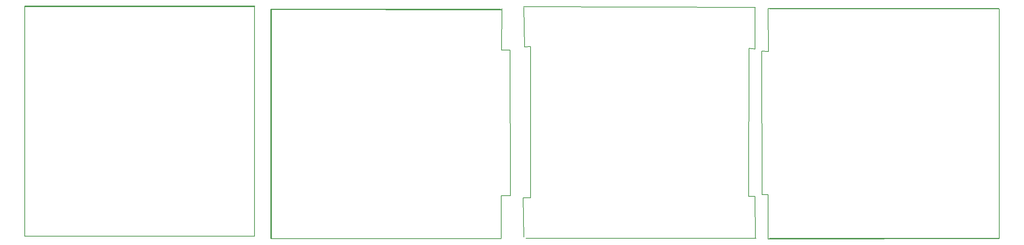
<source format=gbr>
G04 #@! TF.FileFunction,Profile,NP*
%FSLAX46Y46*%
G04 Gerber Fmt 4.6, Leading zero omitted, Abs format (unit mm)*
G04 Created by KiCad (PCBNEW 4.0.6) date 05/08/17 10:58:46*
%MOMM*%
%LPD*%
G01*
G04 APERTURE LIST*
%ADD10C,0.100000*%
%ADD11C,0.150000*%
G04 APERTURE END LIST*
D10*
D11*
X151261900Y-77199500D02*
X206764100Y-77352500D01*
X146019500Y-87638700D02*
X146058500Y-77597100D01*
X145919700Y-122600100D02*
X148093500Y-122574700D01*
X148093500Y-122574700D02*
X147988900Y-87640900D01*
X147988900Y-87640900D02*
X146019500Y-87638700D01*
X145902700Y-132696100D02*
X145919700Y-122600100D01*
X152931100Y-86782900D02*
X151452900Y-86838100D01*
X151188700Y-123039300D02*
X152931100Y-123119900D01*
X206797700Y-132716300D02*
X206692700Y-122724300D01*
X206692700Y-122724300D02*
X205189100Y-122698900D01*
X205189100Y-122698900D02*
X205294100Y-87205900D01*
X205294100Y-87205900D02*
X206696100Y-87310900D01*
X206696100Y-87310900D02*
X206696100Y-77445900D01*
X151347900Y-77395100D02*
X151452900Y-86838100D01*
X152931100Y-86782900D02*
X152931100Y-123119900D01*
X151188700Y-123039300D02*
X151293700Y-132505300D01*
X209941700Y-87973500D02*
X208344500Y-87875100D01*
X208344500Y-87875100D02*
X208395300Y-122324700D01*
X208395300Y-122324700D02*
X209843300Y-122279300D01*
X209843300Y-122279300D02*
X209843300Y-132947300D01*
X209843300Y-132947300D02*
X265135300Y-132902900D01*
X265186100Y-77657900D02*
X209868700Y-77594500D01*
X209868700Y-77594500D02*
X209941700Y-87973500D01*
X31778100Y-132328900D02*
X86778100Y-132328900D01*
X31778100Y-132328900D02*
X31778100Y-77328900D01*
X86778100Y-132328900D02*
X86778100Y-77328900D01*
X90730100Y-77797900D02*
X145730100Y-77797900D01*
X90730100Y-132797900D02*
X90730100Y-77797900D01*
X31762100Y-77182900D02*
X86762100Y-77182900D01*
X86764100Y-132096900D02*
X86764100Y-77096900D01*
X31764100Y-132096900D02*
X31764100Y-77096900D01*
X146105100Y-77945900D02*
X90765100Y-77831900D01*
X90765100Y-132831900D02*
X90765100Y-77831900D01*
X265132100Y-77618900D02*
X210132100Y-77618900D01*
X210196100Y-132782900D02*
X265196100Y-132782900D01*
X265196100Y-132782900D02*
X265196100Y-77782900D01*
X265240100Y-77710900D02*
X210240100Y-77710900D01*
X265240100Y-132710900D02*
X265240100Y-77710900D01*
X151952100Y-132825900D02*
X206952100Y-132825900D01*
X206843100Y-132825900D02*
X151843100Y-132825900D01*
X90884100Y-132895900D02*
X145884100Y-132895900D01*
X90884100Y-77895900D02*
X145884100Y-77895900D01*
X90884100Y-132895900D02*
X90884100Y-77895900D01*
X145775100Y-132895900D02*
X90775100Y-132895900D01*
X145775100Y-77895900D02*
X90775100Y-77895900D01*
X90775100Y-132895900D02*
X90775100Y-77895900D01*
X31880100Y-77059900D02*
X86880100Y-77059900D01*
X86771100Y-77059900D02*
X31771100Y-77059900D01*
X86771100Y-132059900D02*
X86771100Y-77059900D01*
X31771100Y-132059900D02*
X31771100Y-77059900D01*
M02*

</source>
